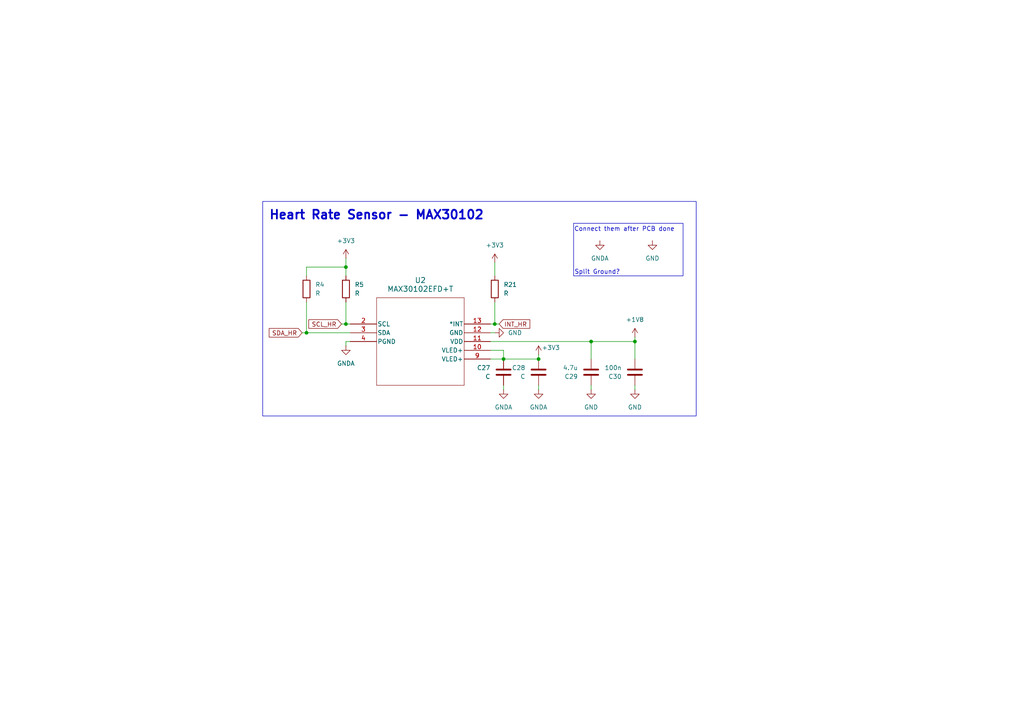
<source format=kicad_sch>
(kicad_sch (version 20231120) (generator "eeschema") (generator_version "8.0")
  (paper "A4")
  (lib_symbols
    (symbol "Device:C" (pin_numbers hide) (pin_names (offset 0.254))
      (property "Reference" "C" (at 0.635 2.54 0))
      (property "Value" "C" (at 0.635 -2.54 0))
      (symbol "C_0_1"
        (polyline (pts (xy -2.032 -0.762) (xy 2.032 -0.762)) (stroke (width 0.508)))
        (polyline (pts (xy -2.032 0.762) (xy 2.032 0.762)) (stroke (width 0.508)))
      )
      (symbol "C_1_1"
        (pin passive line (at 0 3.81 270) (length 2.794) (name "~") (number "1"))
        (pin passive line (at 0 -3.81 90) (length 2.794) (name "~") (number "2"))
      )
    )
    (symbol "Device:R" (pin_numbers hide) (pin_names (offset 0))
      (property "Reference" "R" (at 2.032 0 90))
      (property "Value" "R" (at 0 0 90))
      (symbol "R_0_1"
        (rectangle (start -1.016 -2.54) (end 1.016 2.54) (stroke (width 0.254)))
      )
      (symbol "R_1_1"
        (pin passive line (at 0 3.81 270) (length 1.27) (name "~") (number "1"))
        (pin passive line (at 0 -3.81 90) (length 1.27) (name "~") (number "2"))
      )
    )
    (symbol "capstone:MAX30102EFD+T" (pin_names (offset 0.254))
      (property "Reference" "U3" (at 20.32 10.16 0))
      (property "Value" "MAX30102EFD+T" (at 20.32 7.62 0))
      (symbol "MAX30102EFD+T_0_1"
        (polyline (pts (xy 7.62 -20.32) (xy 33.02 -20.32)) (stroke (width 0.127)))
        (polyline (pts (xy 7.62 5.08) (xy 7.62 -20.32)) (stroke (width 0.127)))
        (polyline (pts (xy 33.02 -20.32) (xy 33.02 5.08)) (stroke (width 0.127)))
        (polyline (pts (xy 33.02 5.08) (xy 7.62 5.08)) (stroke (width 0.127)))
        (pin no_connect line (at 0 0 0) (length 7.62) hide (name "N.C.") (number "1"))
        (pin unspecified line (at 40.64 -10.16 180) (length 7.62) (name "VLED+") (number "10"))
        (pin power_in line (at 40.64 -7.62 180) (length 7.62) (name "VDD") (number "11"))
        (pin power_out line (at 40.64 -5.08 180) (length 7.62) (name "GND") (number "12"))
        (pin unspecified line (at 40.64 -2.54 180) (length 7.62) (name "*INT") (number "13"))
        (pin no_connect line (at 40.64 0 180) (length 7.62) hide (name "N.C.") (number "14"))
        (pin unspecified line (at 0 -2.54 0) (length 7.62) (name "SCL") (number "2"))
        (pin unspecified line (at 0 -5.08 0) (length 7.62) (name "SDA") (number "3"))
        (pin power_out line (at 0 -7.62 0) (length 7.62) (name "PGND") (number "4"))
        (pin no_connect line (at 0 -15.24 0) (length 7.62) hide (name "N.C.") (number "7"))
        (pin no_connect line (at 40.64 -15.24 180) (length 7.62) hide (name "N.C.") (number "8"))
        (pin unspecified line (at 40.64 -12.7 180) (length 7.62) (name "VLED+") (number "9"))
      )
      (symbol "MAX30102EFD+T_1_1"
        (pin no_connect line (at 0 -10.16 0) (length 7.62) hide (name "NC") (number "5"))
        (pin no_connect line (at 0 -12.7 0) (length 7.62) hide (name "NC") (number "6"))
      )
    )
    (symbol "power:+1V8" (power) (pin_numbers hide) (pin_names (offset 0) hide)
      (property "Value" "+1V8" (at 0 3.556 0))
      (symbol "+1V8_0_1"
        (polyline (pts (xy -0.762 1.27) (xy 0 2.54)))
        (polyline (pts (xy 0 0) (xy 0 2.54)))
        (polyline (pts (xy 0 2.54) (xy 0.762 1.27)))
      )
      (symbol "+1V8_1_1"
        (pin power_in line (at 0 0 90) (length 0) (name "~") (number "1"))
      )
    )
    (symbol "power:+3V3" (power) (pin_numbers hide) (pin_names (offset 0) hide)
      (property "Value" "+3V3" (at 0 3.556 0))
      (symbol "+3V3_0_1"
        (polyline (pts (xy -0.762 1.27) (xy 0 2.54)))
        (polyline (pts (xy 0 0) (xy 0 2.54)))
        (polyline (pts (xy 0 2.54) (xy 0.762 1.27)))
      )
      (symbol "+3V3_1_1"
        (pin power_in line (at 0 0 90) (length 0) (name "~") (number "1"))
      )
    )
    (symbol "power:GND" (power) (pin_numbers hide) (pin_names (offset 0) hide)
      (property "Value" "GND" (at 0 -3.81 0))
      (symbol "GND_0_1"
        (polyline (pts (xy 0 0) (xy 0 -1.27) (xy 1.27 -1.27) (xy 0 -2.54) (xy -1.27 -1.27) (xy 0 -1.27)))
      )
      (symbol "GND_1_1"
        (pin power_in line (at 0 0 270) (length 0) (name "~") (number "1"))
      )
    )
    (symbol "power:GNDA" (power) (pin_numbers hide) (pin_names (offset 0) hide)
      (property "Value" "GNDA" (at 0 -3.81 0))
      (symbol "GNDA_0_1"
        (polyline (pts (xy 0 0) (xy 0 -1.27) (xy 1.27 -1.27) (xy 0 -2.54) (xy -1.27 -1.27) (xy 0 -1.27)))
      )
      (symbol "GNDA_1_1"
        (pin power_in line (at 0 0 270) (length 0) (name "~") (number "1"))
      )
    )
  )
  (junction (at 156.21 104.14))
  (junction (at 100.33 77.47))
  (junction (at 100.33 93.98))
  (junction (at 88.9 96.52))
  (junction (at 171.45 99.06))
  (junction (at 146.05 104.14))
  (junction (at 143.51 93.98))
  (junction (at 184.15 99.06))
  (wire (pts (xy 184.15 113.03) (xy 184.15 111.76)))
  (wire (pts (xy 143.51 93.98) (xy 144.78 93.98)))
  (wire (pts (xy 143.51 76.2) (xy 143.51 80.01)))
  (wire (pts (xy 88.9 96.52) (xy 101.6 96.52)))
  (wire (pts (xy 171.45 104.14) (xy 171.45 99.06)))
  (wire (pts (xy 100.33 77.47) (xy 88.9 77.47)))
  (wire (pts (xy 171.45 113.03) (xy 171.45 111.76)))
  (wire (pts (xy 146.05 104.14) (xy 156.21 104.14)))
  (wire (pts (xy 100.33 87.63) (xy 100.33 93.98)))
  (wire (pts (xy 99.06 93.98) (xy 100.33 93.98)))
  (wire (pts (xy 156.21 102.87) (xy 156.21 104.14)))
  (wire (pts (xy 100.33 99.06) (xy 101.6 99.06)))
  (wire (pts (xy 171.45 99.06) (xy 184.15 99.06)))
  (wire (pts (xy 142.24 96.52) (xy 143.51 96.52)))
  (wire (pts (xy 142.24 104.14) (xy 146.05 104.14)))
  (wire (pts (xy 184.15 99.06) (xy 184.15 97.79)))
  (wire (pts (xy 142.24 101.6) (xy 146.05 101.6)))
  (wire (pts (xy 156.21 113.03) (xy 156.21 111.76)))
  (wire (pts (xy 100.33 74.93) (xy 100.33 77.47)))
  (wire (pts (xy 184.15 104.14) (xy 184.15 99.06)))
  (wire (pts (xy 87.63 96.52) (xy 88.9 96.52)))
  (wire (pts (xy 88.9 77.47) (xy 88.9 80.01)))
  (wire (pts (xy 100.33 100.33) (xy 100.33 99.06)))
  (wire (pts (xy 142.24 99.06) (xy 171.45 99.06)))
  (wire (pts (xy 146.05 113.03) (xy 146.05 111.76)))
  (wire (pts (xy 146.05 101.6) (xy 146.05 104.14)))
  (wire (pts (xy 142.24 93.98) (xy 143.51 93.98)))
  (wire (pts (xy 100.33 77.47) (xy 100.33 80.01)))
  (wire (pts (xy 88.9 87.63) (xy 88.9 96.52)))
  (wire (pts (xy 100.33 93.98) (xy 101.6 93.98)))
  (wire (pts (xy 143.51 93.98) (xy 143.51 87.63)))
  (rectangle (start 166.37 64.77) (end 198.12 80.01))
  (rectangle (start 76.2 58.42) (end 201.93 120.65))
  (text "Connect them after PCB done\n" (at 181.102 66.548 0) (effects (font (size 1.27 1.27))))
  (text "Split Ground?" (at 173.228 78.994 0) (effects (font (size 1.27 1.27))))
  (text "Heart Rate Sensor - MAX30102" (at 109.22 62.484 0) (effects (font (size 2.54 2.54) (bold yes))))
  (global_label "SCL_HR" (shape input) (at 99.06 93.98 180) (property "Intersheetrefs" "${INTERSHEET_REFS}" (effects (hide yes))))
  (global_label "INT_HR" (shape input) (at 144.78 93.98 0) (property "Intersheetrefs" "${INTERSHEET_REFS}" (effects (hide yes))))
  (global_label "SDA_HR" (shape input) (at 87.63 96.52 180) (property "Intersheetrefs" "${INTERSHEET_REFS}" (effects (hide yes))))
  (symbol (lib_id "Device:R") (at 100.33 83.82 0) (unit 1)
    (property "Reference" "R5" (at 102.87 82.5499 0) (effects (justify left)))
    (property "Value" "R" (at 102.87 85.0899 0) (effects (justify left)))
    (property "Description" "Resistor" (effects (hide yes)))
  )
  (symbol (lib_id "power:+3V3") (at 143.51 76.2 0) (unit 1)
    (property "Reference" "#PWR014" (effects (hide yes)))
    (property "Value" "+3V3" (at 143.51 71.12 0))
    (property "Description" "Power symbol creates a global label with name \"+3V3\"" (effects (hide yes)))
  )
  (symbol (lib_id "capstone:MAX30102EFD+T") (at 101.6 91.44 0) (unit 1)
    (property "Reference" "U2" (at 121.92 81.28 0) (effects (font (size 1.524 1.524))))
    (property "Value" "MAX30102EFD+T" (at 121.92 83.82 0) (effects (font (size 1.524 1.524))))
    (property "Footprint" "21-1048_F143A5+1_MXM" (effects (hide yes)))
    (property "Datasheet" "https://cdn.sparkfun.com/assets/8/3/c/3/2/MAX30102_Datasheet.pdf" (effects (hide yes)))
  )
  (symbol (lib_id "Device:C") (at 184.15 107.95 180) (unit 1)
    (property "Reference" "C30" (at 180.34 109.2201 0) (effects (justify left)))
    (property "Value" "100n" (at 180.34 106.6801 0) (effects (justify left)))
    (property "Description" "Unpolarized capacitor" (effects (hide yes)))
  )
  (symbol (lib_id "Device:R") (at 143.51 83.82 0) (unit 1)
    (property "Reference" "R21" (at 146.05 82.5499 0) (effects (justify left)))
    (property "Value" "R" (at 146.05 85.0899 0) (effects (justify left)))
    (property "Description" "Resistor" (effects (hide yes)))
  )
  (symbol (lib_id "Device:R") (at 88.9 83.82 0) (unit 1)
    (property "Reference" "R4" (at 91.44 82.5499 0) (effects (justify left)))
    (property "Value" "R" (at 91.44 85.0899 0) (effects (justify left)))
    (property "Description" "Resistor" (effects (hide yes)))
  )
  (symbol (lib_id "power:GND") (at 189.23 69.85 0) (unit 1)
    (property "Reference" "#PWR097" (effects (hide yes)))
    (property "Value" "GND" (at 189.23 74.93 0))
    (property "Description" "Power symbol creates a global label with name \"GND\" , ground" (effects (hide yes)))
  )
  (symbol (lib_id "power:GND") (at 171.45 113.03 0) (unit 1)
    (property "Reference" "#PWR093" (effects (hide yes)))
    (property "Value" "GND" (at 171.45 118.11 0))
    (property "Description" "Power symbol creates a global label with name \"GND\" , ground" (effects (hide yes)))
  )
  (symbol (lib_id "power:GNDA") (at 100.33 100.33 0) (unit 1)
    (property "Reference" "#PWR013" (effects (hide yes)))
    (property "Value" "GNDA" (at 100.33 105.41 0))
    (property "Description" "Power symbol creates a global label with name \"GNDA\" , analog ground" (effects (hide yes)))
  )
  (symbol (lib_id "power:GNDA") (at 156.21 113.03 0) (unit 1)
    (property "Reference" "#PWR092" (effects (hide yes)))
    (property "Value" "GNDA" (at 156.21 118.11 0))
    (property "Description" "Power symbol creates a global label with name \"GNDA\" , analog ground" (effects (hide yes)))
  )
  (symbol (lib_id "power:+3V3") (at 156.21 102.87 0) (unit 1)
    (property "Reference" "#PWR091" (effects (hide yes)))
    (property "Value" "+3V3" (at 159.766 100.838 0))
    (property "Description" "Power symbol creates a global label with name \"+3V3\"" (effects (hide yes)))
  )
  (symbol (lib_id "power:+1V8") (at 184.15 97.79 0) (unit 1)
    (property "Reference" "#PWR095" (effects (hide yes)))
    (property "Value" "+1V8" (at 184.15 92.71 0))
    (property "Description" "Power symbol creates a global label with name \"+1V8\"" (effects (hide yes)))
  )
  (symbol (lib_id "Device:C") (at 146.05 107.95 0) (mirror y) (unit 1)
    (property "Reference" "C27" (at 142.24 106.6799 0) (effects (justify left)))
    (property "Value" "C" (at 142.24 109.2199 0) (effects (justify left)))
    (property "Description" "Unpolarized capacitor" (effects (hide yes)))
  )
  (symbol (lib_id "Device:C") (at 171.45 107.95 180) (unit 1)
    (property "Reference" "C29" (at 167.64 109.2201 0) (effects (justify left)))
    (property "Value" "4.7u" (at 167.64 106.6801 0) (effects (justify left)))
    (property "Description" "Unpolarized capacitor" (effects (hide yes)))
  )
  (symbol (lib_id "power:GNDA") (at 146.05 113.03 0) (unit 1)
    (property "Reference" "#PWR016" (effects (hide yes)))
    (property "Value" "GNDA" (at 146.05 118.11 0))
    (property "Description" "Power symbol creates a global label with name \"GNDA\" , analog ground" (effects (hide yes)))
  )
  (symbol (lib_id "power:GND") (at 184.15 113.03 0) (unit 1)
    (property "Reference" "#PWR096" (effects (hide yes)))
    (property "Value" "GND" (at 184.15 118.11 0))
    (property "Description" "Power symbol creates a global label with name \"GND\" , ground" (effects (hide yes)))
  )
  (symbol (lib_id "power:+3V3") (at 100.33 74.93 0) (unit 1)
    (property "Reference" "#PWR012" (effects (hide yes)))
    (property "Value" "+3V3" (at 100.33 69.85 0))
    (property "Description" "Power symbol creates a global label with name \"+3V3\"" (effects (hide yes)))
  )
  (symbol (lib_id "power:GND") (at 143.51 96.52 90) (unit 1)
    (property "Reference" "#PWR015" (effects (hide yes)))
    (property "Value" "GND" (at 147.32 96.5199 90) (effects (justify right)))
    (property "Description" "Power symbol creates a global label with name \"GND\" , ground" (effects (hide yes)))
  )
  (symbol (lib_id "Device:C") (at 156.21 107.95 0) (mirror y) (unit 1)
    (property "Reference" "C28" (at 152.4 106.6799 0) (effects (justify left)))
    (property "Value" "C" (at 152.4 109.2199 0) (effects (justify left)))
    (property "Description" "Unpolarized capacitor" (effects (hide yes)))
  )
  (symbol (lib_id "power:GNDA") (at 173.99 69.85 0) (unit 1)
    (property "Reference" "#PWR094" (effects (hide yes)))
    (property "Value" "GNDA" (at 173.99 74.93 0))
    (property "Description" "Power symbol creates a global label with name \"GNDA\" , analog ground" (effects (hide yes)))
  )
)
</source>
